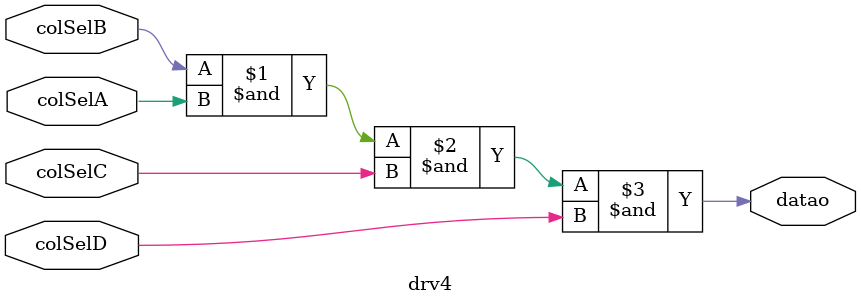
<source format=v>

`define DATA_WIDTH 8
`define REP_COUNT4 `DATA_WIDTH/4
`define REP_COUNT2 `DATA_WIDTH/2


module t (/*AUTOARG*/
   // Inputs
   clk
   );
   input clk;
   reg [3:0] count4 = 0;
   reg [1:0] count2 = 0;

   reg [`DATA_WIDTH-1:0] a = {`REP_COUNT4{4'b0000}};
   reg [`DATA_WIDTH-1:0] b = {`REP_COUNT4{4'b1111}};
   reg [`DATA_WIDTH-1:0] c = {`REP_COUNT4{4'b1111}};
   reg [`DATA_WIDTH-1:0] d = {`REP_COUNT4{4'b1111}};
   reg [`DATA_WIDTH-1:0] res1;
   reg [`DATA_WIDTH-1:0] res2;
   reg [`DATA_WIDTH-1:0] res3;
   reg [`DATA_WIDTH-1:0] res4;

   drv1 t_drv1 [`DATA_WIDTH-1:0] (.colSelA(a), .datao(res1));
   drv2 t_drv2 [`DATA_WIDTH-1:0] (.colSelA(a), .colSelB(b), .datao(res2));
   drv3 t_drv3 [`DATA_WIDTH-1:0] (.colSelA(a), .colSelB(b), .colSelC(c), .datao(res3));
   drv4 t_drv4 [`DATA_WIDTH-1:0] (.colSelA(a), .colSelB(b), .colSelC(c), .colSelD(d), .datao(res4));

   always@(posedge clk)
   begin
       count2 <= count2 + 1;
       count4 <= count4 + 1;
       a <= {`REP_COUNT4{count4}};
       b <= {`REP_COUNT4{count4}};
       c <= {`REP_COUNT2{count2}};
       d <= {`REP_COUNT2{count2}};

       if (res1 != (a)) begin
       $stop;
       end
       if (res2 != (a&b)) begin
       $stop;
       end
       if (res3 != (a&b&c)) begin
       $stop;
       end
       if (res4 != (a&b&c&d)) begin
       $stop;
       end

       if (count4 > 10) begin
           $write("*-* All Finished *-*\n");
           $finish;
       end
   end
endmodule


module drv1
  (input colSelA,
   output datao
   );
   assign datao = colSelA;
endmodule

module drv2
  (input colSelA,
   input colSelB,
   output datao
   );
   assign datao = colSelB & colSelA;
endmodule

module drv3
  (input colSelA,
   input colSelB,
   input colSelC,
   output datao
   );
   assign datao = colSelB & colSelA & colSelC;

endmodule

module drv4
  (input colSelA,
   input colSelB,
   input colSelC,
   input colSelD,
   output datao
   );
   assign datao = colSelB & colSelA & colSelC & colSelD;

endmodule


</source>
